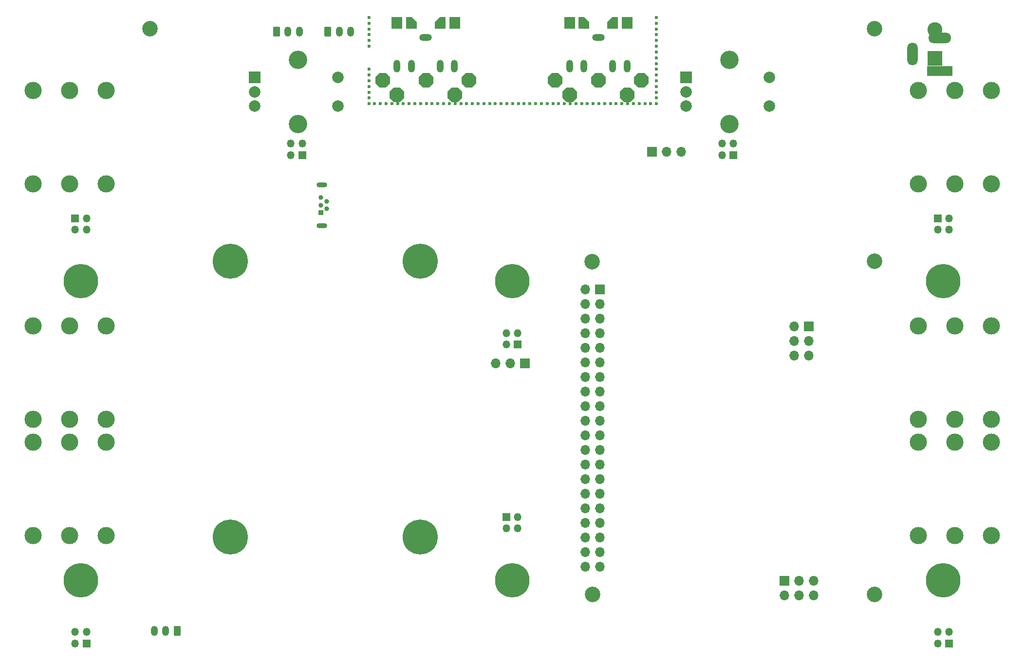
<source format=gbr>
%TF.GenerationSoftware,KiCad,Pcbnew,7.0.9-7.0.9~ubuntu23.04.1*%
%TF.CreationDate,2023-12-04T19:23:45+00:00*%
%TF.ProjectId,pedalboard-hw,70656461-6c62-46f6-9172-642d68772e6b,3.1.0-RC*%
%TF.SameCoordinates,Original*%
%TF.FileFunction,Soldermask,Bot*%
%TF.FilePolarity,Negative*%
%FSLAX46Y46*%
G04 Gerber Fmt 4.6, Leading zero omitted, Abs format (unit mm)*
G04 Created by KiCad (PCBNEW 7.0.9-7.0.9~ubuntu23.04.1) date 2023-12-04 19:23:45*
%MOMM*%
%LPD*%
G01*
G04 APERTURE LIST*
G04 Aperture macros list*
%AMRoundRect*
0 Rectangle with rounded corners*
0 $1 Rounding radius*
0 $2 $3 $4 $5 $6 $7 $8 $9 X,Y pos of 4 corners*
0 Add a 4 corners polygon primitive as box body*
4,1,4,$2,$3,$4,$5,$6,$7,$8,$9,$2,$3,0*
0 Add four circle primitives for the rounded corners*
1,1,$1+$1,$2,$3*
1,1,$1+$1,$4,$5*
1,1,$1+$1,$6,$7*
1,1,$1+$1,$8,$9*
0 Add four rect primitives between the rounded corners*
20,1,$1+$1,$2,$3,$4,$5,0*
20,1,$1+$1,$4,$5,$6,$7,0*
20,1,$1+$1,$6,$7,$8,$9,0*
20,1,$1+$1,$8,$9,$2,$3,0*%
%AMFreePoly0*
4,1,17,0.553688,1.285921,1.285921,0.553688,1.300800,0.517767,1.300800,-0.517767,1.285921,-0.553688,0.553688,-1.285921,0.517767,-1.300800,-0.517767,-1.300800,-0.553688,-1.285921,-1.285921,-0.553688,-1.300800,-0.517767,-1.300800,0.517767,-1.285921,0.553688,-0.553688,1.285921,-0.517767,1.300800,0.517767,1.300800,0.553688,1.285921,0.553688,1.285921,$1*%
%AMFreePoly1*
4,1,14,0.935921,1.035921,0.950800,1.000000,0.950800,-0.100000,0.935921,-0.135921,0.035921,-1.035921,0.000000,-1.050800,-0.900000,-1.050800,-0.935921,-1.035921,-0.950800,-1.000000,-0.950800,1.000000,-0.935921,1.035921,-0.900000,1.050800,0.900000,1.050800,0.935921,1.035921,0.935921,1.035921,$1*%
%AMFreePoly2*
4,1,14,0.935921,1.035921,0.950800,1.000000,0.950800,-1.000000,0.935921,-1.035921,0.900000,-1.050800,0.000000,-1.050800,-0.035921,-1.035921,-0.935921,-0.135921,-0.950800,-0.100000,-0.950800,1.000000,-0.935921,1.035921,-0.900000,1.050800,0.900000,1.050800,0.935921,1.035921,0.935921,1.035921,$1*%
G04 Aperture macros list end*
%ADD10C,2.700000*%
%ADD11O,1.200000X2.200000*%
%ADD12O,2.200000X1.200000*%
%ADD13C,3.000000*%
%ADD14R,4.400000X1.800000*%
%ADD15O,4.000000X1.800000*%
%ADD16O,1.800000X4.000000*%
%ADD17R,2.600000X2.600000*%
%ADD18C,2.600000*%
%ADD19R,1.350000X1.350000*%
%ADD20O,1.350000X1.350000*%
%ADD21R,1.700000X1.700000*%
%ADD22O,1.700000X1.700000*%
%ADD23C,0.600000*%
%ADD24R,0.840000X0.840000*%
%ADD25C,0.840000*%
%ADD26O,1.850000X0.850000*%
%ADD27FreePoly0,180.000000*%
%ADD28FreePoly0,270.000000*%
%ADD29FreePoly1,180.000000*%
%ADD30RoundRect,0.050800X0.900000X1.000000X-0.900000X1.000000X-0.900000X-1.000000X0.900000X-1.000000X0*%
%ADD31FreePoly2,180.000000*%
%ADD32R,2.000000X2.000000*%
%ADD33C,2.000000*%
%ADD34C,3.200000*%
%ADD35C,6.100000*%
%ADD36C,6.000000*%
%ADD37RoundRect,0.250000X-0.350000X-0.625000X0.350000X-0.625000X0.350000X0.625000X-0.350000X0.625000X0*%
%ADD38O,1.200000X1.750000*%
%ADD39RoundRect,0.250000X0.350000X0.625000X-0.350000X0.625000X-0.350000X-0.625000X0.350000X-0.625000X0*%
G04 APERTURE END LIST*
D10*
%TO.C,H7*%
X168000000Y-121500000D03*
%TD*%
D11*
%TO.C,J3*%
X125000000Y-29500000D03*
X122500000Y-29500000D03*
D12*
X120000000Y-24500000D03*
D11*
X115000000Y-29500000D03*
X117500000Y-29500000D03*
%TD*%
D13*
%TO.C,J8*%
X28050000Y-50000000D03*
X28050000Y-33770000D03*
X21700000Y-50000000D03*
X21700000Y-33770000D03*
X34400000Y-50000000D03*
X34400000Y-33770000D03*
%TD*%
%TO.C,J19*%
X28050000Y-111200000D03*
X28050000Y-94970000D03*
X21700000Y-111200000D03*
X21700000Y-94970000D03*
X34400000Y-111200000D03*
X34400000Y-94970000D03*
%TD*%
D14*
%TO.C,J7*%
X179400000Y-30400000D03*
D15*
X179400000Y-24600000D03*
D16*
X174600000Y-27400000D03*
%TD*%
D17*
%TO.C,J6*%
X178500000Y-28210000D03*
D18*
X178500000Y-23210000D03*
%TD*%
D19*
%TO.C,J9*%
X29000000Y-56000000D03*
D20*
X31000000Y-56000000D03*
X29000000Y-58000000D03*
X31000000Y-58000000D03*
%TD*%
D13*
%TO.C,J20*%
X28050000Y-91000000D03*
X28050000Y-74770000D03*
X21700000Y-91000000D03*
X21700000Y-74770000D03*
X34400000Y-91000000D03*
X34400000Y-74770000D03*
%TD*%
%TO.C,J22*%
X181950000Y-94995000D03*
X181950000Y-111225000D03*
X188300000Y-94995000D03*
X188300000Y-111225000D03*
X175600000Y-94995000D03*
X175600000Y-111225000D03*
%TD*%
D21*
%TO.C,J12*%
X129315000Y-44450000D03*
D22*
X131855000Y-44450000D03*
X134395000Y-44450000D03*
%TD*%
D10*
%TO.C,H6*%
X118980000Y-121520000D03*
%TD*%
D19*
%TO.C,J24*%
X181000000Y-130000000D03*
D20*
X179000000Y-130000000D03*
X181000000Y-128000000D03*
X179000000Y-128000000D03*
%TD*%
D23*
%TO.C,H2*%
X80100000Y-21075000D03*
X80100000Y-22075000D03*
X80100000Y-23075000D03*
X80100000Y-24075000D03*
X80100000Y-25075000D03*
X80100000Y-26075000D03*
X80100000Y-30075000D03*
X80100000Y-31075000D03*
X80100000Y-32075000D03*
X80100000Y-33075000D03*
X80100000Y-34075000D03*
X80100000Y-35075000D03*
X80100000Y-36075000D03*
X81100000Y-36075000D03*
X82100000Y-36075000D03*
X83100000Y-36075000D03*
X84100000Y-36075000D03*
X85100000Y-36075000D03*
X86100000Y-36075000D03*
X87100000Y-36075000D03*
X88100000Y-36075000D03*
X89100000Y-36075000D03*
X90100000Y-36075000D03*
X91100000Y-36075000D03*
X92100000Y-36075000D03*
X93100000Y-36075000D03*
X94100000Y-36075000D03*
X95100000Y-36075000D03*
X96100000Y-36075000D03*
X97100000Y-36075000D03*
X98100000Y-36075000D03*
X99100000Y-36075000D03*
X100100000Y-36075000D03*
X101100000Y-36075000D03*
X102100000Y-36075000D03*
X103100000Y-36075000D03*
X104100000Y-36075000D03*
X105100000Y-36075000D03*
X106100000Y-36075000D03*
X107100000Y-36075000D03*
X108100000Y-36075000D03*
X109100000Y-36075000D03*
X110100000Y-36075000D03*
X111100000Y-36075000D03*
X112100000Y-36075000D03*
X113100000Y-36075000D03*
X114100000Y-36075000D03*
X115100000Y-36075000D03*
X116100000Y-36075000D03*
X117100000Y-36075000D03*
X118100000Y-36075000D03*
X119100000Y-36075000D03*
X120100000Y-36075000D03*
X121100000Y-36075000D03*
X122100000Y-36075000D03*
X123100000Y-36075000D03*
X124100000Y-36075000D03*
X125100000Y-36075000D03*
X126100000Y-36075000D03*
X127100000Y-36075000D03*
X128100000Y-36075000D03*
X129100000Y-36075000D03*
X130100000Y-21075000D03*
X130100000Y-22075000D03*
X130100000Y-23075000D03*
X130100000Y-24075000D03*
X130100000Y-25075000D03*
X130100000Y-26075000D03*
X130100000Y-27075000D03*
X130100000Y-28075000D03*
X130100000Y-29075000D03*
X130100000Y-30075000D03*
X130100000Y-31075000D03*
X130100000Y-32075000D03*
X130100000Y-33075000D03*
X130100000Y-34075000D03*
X130100000Y-35075000D03*
X130100000Y-36075000D03*
%TD*%
D19*
%TO.C,J23*%
X31000000Y-130000000D03*
D20*
X29000000Y-130000000D03*
X31000000Y-128000000D03*
X29000000Y-128000000D03*
%TD*%
D19*
%TO.C,J17*%
X106000000Y-78000000D03*
D20*
X104000000Y-78000000D03*
X106000000Y-76000000D03*
X104000000Y-76000000D03*
%TD*%
D24*
%TO.C,J11*%
X71740000Y-55030000D03*
D25*
X72740000Y-54380000D03*
X71740000Y-53730000D03*
X72740000Y-53080000D03*
X71740000Y-52430000D03*
D26*
X71960000Y-57305000D03*
X71960000Y-50155000D03*
%TD*%
D10*
%TO.C,H1*%
X42000000Y-23000000D03*
%TD*%
D13*
%TO.C,J5*%
X181965000Y-33800000D03*
X181965000Y-50030000D03*
X188315000Y-33800000D03*
X188315000Y-50030000D03*
X175615000Y-33800000D03*
X175615000Y-50030000D03*
%TD*%
D19*
%TO.C,J13*%
X143500000Y-45000000D03*
D20*
X141500000Y-45000000D03*
X143500000Y-43000000D03*
X141500000Y-43000000D03*
%TD*%
D10*
%TO.C,H4*%
X168000000Y-63500000D03*
%TD*%
D27*
%TO.C,J4*%
X112500000Y-32000000D03*
D28*
X120000000Y-32000000D03*
D27*
X127500000Y-32000000D03*
X115000000Y-34500000D03*
X125000000Y-34500000D03*
D29*
X122500000Y-22000000D03*
D30*
X125000000Y-22000000D03*
X115000000Y-22000000D03*
D31*
X117500000Y-22000000D03*
%TD*%
D32*
%TO.C,SW1*%
X60250000Y-31500000D03*
D33*
X60250000Y-36500000D03*
X60250000Y-34000000D03*
D34*
X67750000Y-28400000D03*
X67750000Y-39600000D03*
D33*
X74750000Y-36500000D03*
X74750000Y-31500000D03*
%TD*%
D19*
%TO.C,J15*%
X179000000Y-56000000D03*
D20*
X181000000Y-56000000D03*
X179000000Y-58000000D03*
X181000000Y-58000000D03*
%TD*%
D19*
%TO.C,J10*%
X68500000Y-45000000D03*
D20*
X66500000Y-45000000D03*
X68500000Y-43000000D03*
X66500000Y-43000000D03*
%TD*%
D21*
%TO.C,J16*%
X107225000Y-81300000D03*
D22*
X104685000Y-81300000D03*
X102145000Y-81300000D03*
%TD*%
D13*
%TO.C,J18*%
X181950000Y-74780000D03*
X181950000Y-91010000D03*
X188300000Y-74780000D03*
X188300000Y-91010000D03*
X175600000Y-74780000D03*
X175600000Y-91010000D03*
%TD*%
D19*
%TO.C,J21*%
X104000000Y-108000000D03*
D20*
X106000000Y-108000000D03*
X104000000Y-110000000D03*
X106000000Y-110000000D03*
%TD*%
D10*
%TO.C,H5*%
X118900000Y-63565600D03*
%TD*%
D35*
%TO.C,CM1*%
X89000000Y-111500000D03*
X89000000Y-63500000D03*
X56000000Y-111500000D03*
X56000000Y-63500000D03*
%TD*%
D10*
%TO.C,H3*%
X168000000Y-23000000D03*
%TD*%
D32*
%TO.C,SW2*%
X135250000Y-31500000D03*
D33*
X135250000Y-36500000D03*
X135250000Y-34000000D03*
D34*
X142750000Y-28400000D03*
X142750000Y-39600000D03*
D33*
X149750000Y-36500000D03*
X149750000Y-31500000D03*
%TD*%
D27*
%TO.C,J2*%
X82500000Y-32000000D03*
D28*
X90000000Y-32000000D03*
D27*
X97500000Y-32000000D03*
X85000000Y-34500000D03*
X95000000Y-34500000D03*
D29*
X92500000Y-22000000D03*
D30*
X95000000Y-22000000D03*
X85000000Y-22000000D03*
D31*
X87500000Y-22000000D03*
%TD*%
D11*
%TO.C,J1*%
X94994500Y-29500000D03*
X92494500Y-29500000D03*
D12*
X89994500Y-24500000D03*
D11*
X84994500Y-29500000D03*
X87494500Y-29500000D03*
%TD*%
D36*
%TO.C,H13*%
X30000000Y-119000000D03*
%TD*%
%TO.C,H9*%
X105000000Y-67000000D03*
%TD*%
%TO.C,H10*%
X30000000Y-67000000D03*
%TD*%
%TO.C,H8*%
X180000000Y-67000000D03*
%TD*%
%TO.C,H12*%
X105000000Y-119000000D03*
%TD*%
D37*
%TO.C,J25*%
X72960000Y-23490000D03*
D38*
X74960000Y-23490000D03*
X76960000Y-23490000D03*
%TD*%
D39*
%TO.C,J28*%
X46760000Y-127830000D03*
D38*
X44760000Y-127830000D03*
X42760000Y-127830000D03*
%TD*%
D36*
%TO.C,H11*%
X180000000Y-119000000D03*
%TD*%
D21*
%TO.C,J27*%
X120250000Y-68375600D03*
D22*
X117710000Y-68375600D03*
X120250000Y-70915600D03*
X117710000Y-70915600D03*
X120250000Y-73455600D03*
X117710000Y-73455600D03*
X120250000Y-75995600D03*
X117710000Y-75995600D03*
X120250000Y-78535600D03*
X117710000Y-78535600D03*
X120250000Y-81075600D03*
X117710000Y-81075600D03*
X120250000Y-83615600D03*
X117710000Y-83615600D03*
X120250000Y-86155600D03*
X117710000Y-86155600D03*
X120250000Y-88695600D03*
X117710000Y-88695600D03*
X120250000Y-91235600D03*
X117710000Y-91235600D03*
X120250000Y-93775600D03*
X117710000Y-93775600D03*
X120250000Y-96315600D03*
X117710000Y-96315600D03*
X120250000Y-98855600D03*
X117710000Y-98855600D03*
X120250000Y-101395600D03*
X117710000Y-101395600D03*
X120250000Y-103935600D03*
X117710000Y-103935600D03*
X120250000Y-106475600D03*
X117710000Y-106475600D03*
X120250000Y-109015600D03*
X117710000Y-109015600D03*
X120250000Y-111555600D03*
X117710000Y-111555600D03*
X120250000Y-114095600D03*
X117710000Y-114095600D03*
X120250000Y-116635600D03*
X117710000Y-116635600D03*
D21*
X156555000Y-74845600D03*
D22*
X154015000Y-74845600D03*
X156555000Y-77385600D03*
X154015000Y-77385600D03*
X156555000Y-79925600D03*
X154015000Y-79925600D03*
D21*
X152380000Y-119150600D03*
D22*
X152380000Y-121690600D03*
X154920000Y-119150600D03*
X154920000Y-121690600D03*
X157460000Y-119150600D03*
X157460000Y-121690600D03*
%TD*%
D37*
%TO.C,J26*%
X64030000Y-23500000D03*
D38*
X66030000Y-23500000D03*
X68030000Y-23500000D03*
%TD*%
M02*

</source>
